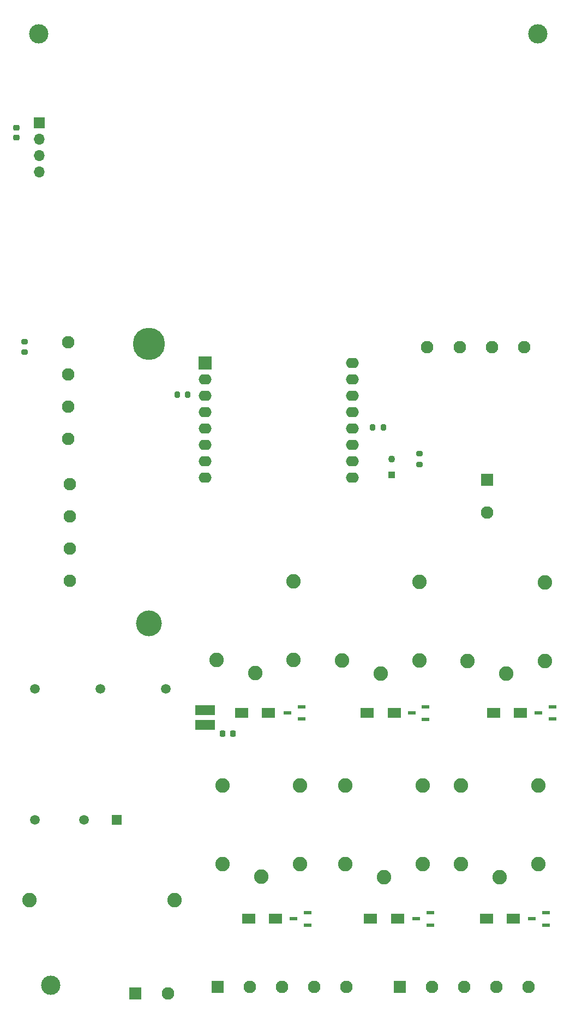
<source format=gts>
%TF.GenerationSoftware,KiCad,Pcbnew,8.0.6*%
%TF.CreationDate,2024-11-25T21:26:04+01:00*%
%TF.ProjectId,PCB,5043422e-6b69-4636-9164-5f7063625858,rev?*%
%TF.SameCoordinates,Original*%
%TF.FileFunction,Soldermask,Top*%
%TF.FilePolarity,Negative*%
%FSLAX46Y46*%
G04 Gerber Fmt 4.6, Leading zero omitted, Abs format (unit mm)*
G04 Created by KiCad (PCBNEW 8.0.6) date 2024-11-25 21:26:04*
%MOMM*%
%LPD*%
G01*
G04 APERTURE LIST*
G04 Aperture macros list*
%AMRoundRect*
0 Rectangle with rounded corners*
0 $1 Rounding radius*
0 $2 $3 $4 $5 $6 $7 $8 $9 X,Y pos of 4 corners*
0 Add a 4 corners polygon primitive as box body*
4,1,4,$2,$3,$4,$5,$6,$7,$8,$9,$2,$3,0*
0 Add four circle primitives for the rounded corners*
1,1,$1+$1,$2,$3*
1,1,$1+$1,$4,$5*
1,1,$1+$1,$6,$7*
1,1,$1+$1,$8,$9*
0 Add four rect primitives between the rounded corners*
20,1,$1+$1,$2,$3,$4,$5,0*
20,1,$1+$1,$4,$5,$6,$7,0*
20,1,$1+$1,$6,$7,$8,$9,0*
20,1,$1+$1,$8,$9,$2,$3,0*%
G04 Aperture macros list end*
%ADD10R,2.000000X2.000000*%
%ADD11O,2.000000X1.600000*%
%ADD12C,3.000000*%
%ADD13C,4.000000*%
%ADD14R,2.000000X1.550000*%
%ADD15R,1.500000X1.500000*%
%ADD16C,1.500000*%
%ADD17R,1.150000X0.600000*%
%ADD18C,2.250000*%
%ADD19RoundRect,0.200000X0.275000X-0.200000X0.275000X0.200000X-0.275000X0.200000X-0.275000X-0.200000X0*%
%ADD20R,1.950000X1.950000*%
%ADD21C,1.950000*%
%ADD22R,1.700000X1.700000*%
%ADD23O,1.700000X1.700000*%
%ADD24RoundRect,0.225000X0.250000X-0.225000X0.250000X0.225000X-0.250000X0.225000X-0.250000X-0.225000X0*%
%ADD25RoundRect,0.200000X-0.200000X-0.275000X0.200000X-0.275000X0.200000X0.275000X-0.200000X0.275000X0*%
%ADD26RoundRect,0.200000X-0.275000X0.200000X-0.275000X-0.200000X0.275000X-0.200000X0.275000X0.200000X0*%
%ADD27R,3.050000X1.520000*%
%ADD28RoundRect,0.200000X0.200000X0.275000X-0.200000X0.275000X-0.200000X-0.275000X0.200000X-0.275000X0*%
%ADD29RoundRect,0.225000X-0.225000X-0.250000X0.225000X-0.250000X0.225000X0.250000X-0.225000X0.250000X0*%
%ADD30R,1.100000X1.100000*%
%ADD31C,1.100000*%
%ADD32C,5.000000*%
G04 APERTURE END LIST*
D10*
%TO.C,U_WeMos_D1_Mini_Pro_1*%
X91290000Y-117710000D03*
D11*
X91290000Y-120250000D03*
X91290000Y-122790000D03*
X91290000Y-125330000D03*
X91290000Y-127870000D03*
X91290000Y-130410000D03*
X91290000Y-132950000D03*
X91290000Y-135490000D03*
X114150000Y-135490000D03*
X114150000Y-132950000D03*
X114150000Y-130410000D03*
X114150000Y-127870000D03*
X114150000Y-125330000D03*
X114150000Y-122790000D03*
X114150000Y-120250000D03*
X114150000Y-117710000D03*
%TD*%
D12*
%TO.C,H5*%
X65405000Y-66675000D03*
%TD*%
D13*
%TO.C,H4*%
X82550000Y-158115000D03*
%TD*%
D12*
%TO.C,H3*%
X142875000Y-66675000D03*
%TD*%
D14*
%TO.C,D_sch_2*%
X98000000Y-203950000D03*
X102200000Y-203950000D03*
%TD*%
%TO.C,D_sch_3*%
X134900000Y-203950000D03*
X139100000Y-203950000D03*
%TD*%
D15*
%TO.C,PS_DCDC_24V5V_1*%
X77540000Y-188570000D03*
D16*
X72460000Y-188570000D03*
X64840000Y-188570000D03*
X64840000Y-168250000D03*
X75000000Y-168250000D03*
X85160000Y-168250000D03*
%TD*%
D14*
%TO.C,D_sch_5*%
X96900000Y-172000000D03*
X101100000Y-172000000D03*
%TD*%
%TO.C,D_sch_1*%
X116900000Y-203950000D03*
X121100000Y-203950000D03*
%TD*%
D17*
%TO.C,Q_NchFET_6*%
X145200000Y-172960000D03*
X145200000Y-171040000D03*
X143000000Y-172000000D03*
%TD*%
D18*
%TO.C,K_TypeCRel_5*%
X100000000Y-197425000D03*
X106000000Y-195425000D03*
X106000000Y-183225000D03*
X94000000Y-183225000D03*
X94000000Y-195425000D03*
%TD*%
D19*
%TO.C,R_4k7_1*%
X124500000Y-133435000D03*
X124500000Y-131785000D03*
%TD*%
D20*
%TO.C,J_24Vin+GND_1*%
X80420000Y-215500000D03*
D21*
X85500000Y-215500000D03*
%TD*%
D20*
%TO.C,J_VFDconnectors_3*%
X121500000Y-214500000D03*
D21*
X126500000Y-214500000D03*
X131500000Y-214500000D03*
X136500000Y-214500000D03*
X141500000Y-214500000D03*
%TD*%
D18*
%TO.C,K_TypeARel_3*%
X138000000Y-165925000D03*
X144000000Y-163925000D03*
X144000000Y-151725000D03*
X132000000Y-163925000D03*
%TD*%
D22*
%TO.C,J_LCDconn_1*%
X65500000Y-80460000D03*
D23*
X65500000Y-83000000D03*
X65500000Y-85540000D03*
X65500000Y-88080000D03*
%TD*%
D17*
%TO.C,Q_NchFET_5*%
X106200000Y-172960000D03*
X106200000Y-171040000D03*
X104000000Y-172000000D03*
%TD*%
D18*
%TO.C,K_TypeCRel_4*%
X119000000Y-197450000D03*
X125000000Y-195450000D03*
X125000000Y-183250000D03*
X113000000Y-183250000D03*
X113000000Y-195450000D03*
%TD*%
D24*
%TO.C,C_10uF_2*%
X62000000Y-82800000D03*
X62000000Y-81250000D03*
%TD*%
D17*
%TO.C,Q_NchFET_4*%
X125500000Y-173000000D03*
X125500000Y-171080000D03*
X123300000Y-172040000D03*
%TD*%
%TO.C,Q_NchFET_3*%
X144200000Y-204910000D03*
X144200000Y-202990000D03*
X142000000Y-203950000D03*
%TD*%
D20*
%TO.C,J_VFDconnectors_2*%
X93215000Y-214500000D03*
D21*
X98215000Y-214500000D03*
X103215000Y-214500000D03*
X108215000Y-214500000D03*
X113215000Y-214500000D03*
%TD*%
D18*
%TO.C,Fuse_1500mA_1*%
X86550000Y-201000000D03*
X63950000Y-201000000D03*
%TD*%
D25*
%TO.C,R_4k7_2*%
X117250000Y-127750000D03*
X118900000Y-127750000D03*
%TD*%
D14*
%TO.C,D_sch_4*%
X116400000Y-172000000D03*
X120600000Y-172000000D03*
%TD*%
D21*
%TO.C,SW_IncSpeed_3*%
X70250000Y-151500000D03*
X70250000Y-146500000D03*
X70250000Y-141500000D03*
X70250000Y-136500000D03*
%TD*%
D26*
%TO.C,R_4k7_4*%
X63250000Y-114425000D03*
X63250000Y-116075000D03*
%TD*%
D17*
%TO.C,Q_NchFET_1*%
X126200000Y-204910000D03*
X126200000Y-202990000D03*
X124000000Y-203950000D03*
%TD*%
D21*
%TO.C,SW_DecSpeed_4*%
X140750000Y-115250000D03*
X135750000Y-115250000D03*
X130750000Y-115250000D03*
X125750000Y-115250000D03*
%TD*%
D27*
%TO.C,L_10uH_1*%
X91250000Y-171605000D03*
X91250000Y-173895000D03*
%TD*%
D20*
%TO.C,SW_LocRem_1*%
X135000000Y-135815000D03*
D21*
X135000000Y-140895000D03*
%TD*%
D28*
%TO.C,R_4k7_3*%
X88555000Y-122610000D03*
X86905000Y-122610000D03*
%TD*%
D29*
%TO.C,C_22uF_1*%
X94000000Y-175250000D03*
X95550000Y-175250000D03*
%TD*%
D18*
%TO.C,K_TypeARel_1*%
X118500000Y-165875000D03*
X124500000Y-163875000D03*
X124500000Y-151675000D03*
X112500000Y-163875000D03*
%TD*%
D21*
%TO.C,SW_OnOff_2*%
X70000000Y-129500000D03*
X70000000Y-124500000D03*
X70000000Y-119500000D03*
X70000000Y-114500000D03*
%TD*%
D17*
%TO.C,Q_NchFET_2*%
X107200000Y-204910000D03*
X107200000Y-202990000D03*
X105000000Y-203950000D03*
%TD*%
D18*
%TO.C,K_TypeARel_2*%
X99000000Y-165800000D03*
X105000000Y-163800000D03*
X105000000Y-151600000D03*
X93000000Y-163800000D03*
%TD*%
%TO.C,K_TypeCRel_6*%
X137000000Y-197450000D03*
X143000000Y-195450000D03*
X143000000Y-183250000D03*
X131000000Y-183250000D03*
X131000000Y-195450000D03*
%TD*%
D30*
%TO.C,C_470uF_3*%
X120250000Y-135110000D03*
D31*
X120250000Y-132610000D03*
%TD*%
D14*
%TO.C,D_sch_6*%
X136000000Y-172000000D03*
X140200000Y-172000000D03*
%TD*%
D32*
%TO.C,H1*%
X82550000Y-114800000D03*
%TD*%
D12*
%TO.C,H2*%
X67250000Y-214250000D03*
%TD*%
M02*

</source>
